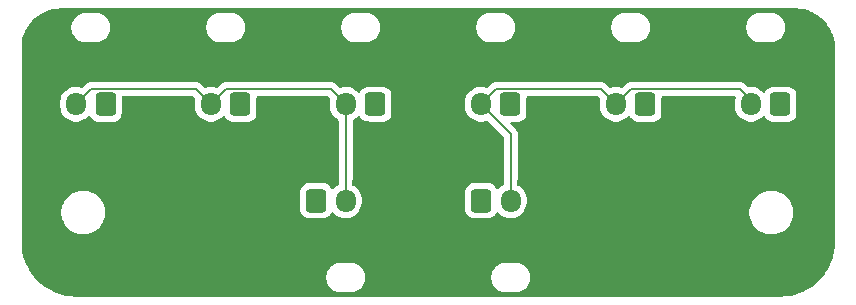
<source format=gbr>
%TF.GenerationSoftware,KiCad,Pcbnew,9.0.1*%
%TF.CreationDate,2025-04-23T20:11:47+09:00*%
%TF.ProjectId,RDC_Humanoid_CAN_chain,5244435f-4875-46d6-916e-6f69645f4341,rev?*%
%TF.SameCoordinates,Original*%
%TF.FileFunction,Copper,L1,Top*%
%TF.FilePolarity,Positive*%
%FSLAX46Y46*%
G04 Gerber Fmt 4.6, Leading zero omitted, Abs format (unit mm)*
G04 Created by KiCad (PCBNEW 9.0.1) date 2025-04-23 20:11:47*
%MOMM*%
%LPD*%
G01*
G04 APERTURE LIST*
G04 Aperture macros list*
%AMRoundRect*
0 Rectangle with rounded corners*
0 $1 Rounding radius*
0 $2 $3 $4 $5 $6 $7 $8 $9 X,Y pos of 4 corners*
0 Add a 4 corners polygon primitive as box body*
4,1,4,$2,$3,$4,$5,$6,$7,$8,$9,$2,$3,0*
0 Add four circle primitives for the rounded corners*
1,1,$1+$1,$2,$3*
1,1,$1+$1,$4,$5*
1,1,$1+$1,$6,$7*
1,1,$1+$1,$8,$9*
0 Add four rect primitives between the rounded corners*
20,1,$1+$1,$2,$3,$4,$5,0*
20,1,$1+$1,$4,$5,$6,$7,0*
20,1,$1+$1,$6,$7,$8,$9,0*
20,1,$1+$1,$8,$9,$2,$3,0*%
G04 Aperture macros list end*
%TA.AperFunction,ComponentPad*%
%ADD10RoundRect,0.250000X-0.600000X-0.725000X0.600000X-0.725000X0.600000X0.725000X-0.600000X0.725000X0*%
%TD*%
%TA.AperFunction,ComponentPad*%
%ADD11O,1.700000X1.950000*%
%TD*%
%TA.AperFunction,ComponentPad*%
%ADD12RoundRect,0.250000X0.600000X0.725000X-0.600000X0.725000X-0.600000X-0.725000X0.600000X-0.725000X0*%
%TD*%
%TA.AperFunction,SMDPad,CuDef*%
%ADD13R,8.000000X8.000000*%
%TD*%
%TA.AperFunction,ViaPad*%
%ADD14C,0.600000*%
%TD*%
%TA.AperFunction,Conductor*%
%ADD15C,0.200000*%
%TD*%
G04 APERTURE END LIST*
D10*
%TO.P,J2,1,Pin_1*%
%TO.N,/L_Root_CAN_L*%
X63930000Y-93990000D03*
D11*
%TO.P,J2,2,Pin_2*%
%TO.N,/L_Root_CAN_H*%
X66430000Y-93990000D03*
%TO.P,J2,3,Pin_3*%
%TO.N,GND*%
X68930000Y-93990000D03*
%TD*%
D12*
%TO.P,J6,1,Pin_1*%
%TO.N,/L_Root_CAN_L*%
X89270000Y-85820000D03*
D11*
%TO.P,J6,2,Pin_2*%
%TO.N,/L_Root_CAN_H*%
X86770000Y-85820000D03*
%TD*%
D12*
%TO.P,J8,1,Pin_1*%
%TO.N,/L_Root_CAN_L*%
X66410000Y-85820000D03*
D11*
%TO.P,J8,2,Pin_2*%
%TO.N,/L_Root_CAN_H*%
X63910000Y-85820000D03*
%TD*%
D12*
%TO.P,J4,1,Pin_1*%
%TO.N,/R_Root_CAN_L*%
X43550000Y-85820000D03*
D11*
%TO.P,J4,2,Pin_2*%
%TO.N,/R_Root_CAN_H*%
X41050000Y-85820000D03*
%TD*%
D12*
%TO.P,J5,1,Pin_1*%
%TO.N,/R_Root_CAN_L*%
X32140000Y-85820000D03*
D11*
%TO.P,J5,2,Pin_2*%
%TO.N,/R_Root_CAN_H*%
X29640000Y-85820000D03*
%TD*%
D12*
%TO.P,J3,1,Pin_1*%
%TO.N,/R_Root_CAN_L*%
X54980000Y-85820000D03*
D11*
%TO.P,J3,2,Pin_2*%
%TO.N,/R_Root_CAN_H*%
X52480000Y-85820000D03*
%TD*%
D13*
%TO.P,REF\u002A\u002A,1*%
%TO.N,GND*%
X40000000Y-96500000D03*
%TD*%
D12*
%TO.P,J7,1,Pin_1*%
%TO.N,/L_Root_CAN_L*%
X77840000Y-85820000D03*
D11*
%TO.P,J7,2,Pin_2*%
%TO.N,/L_Root_CAN_H*%
X75340000Y-85820000D03*
%TD*%
D10*
%TO.P,J1,1,Pin_1*%
%TO.N,/R_Root_CAN_L*%
X49960000Y-93990000D03*
D11*
%TO.P,J1,2,Pin_2*%
%TO.N,/R_Root_CAN_H*%
X52460000Y-93990000D03*
%TO.P,J1,3,Pin_3*%
%TO.N,GND*%
X54960000Y-93990000D03*
%TD*%
D14*
%TO.N,GND*%
X59750000Y-90500000D03*
X62250000Y-92500000D03*
X67750000Y-87500000D03*
X90750000Y-87250000D03*
X79500000Y-97500000D03*
X42750000Y-83500000D03*
X54250000Y-87500000D03*
X80000000Y-83500000D03*
X73250000Y-101250000D03*
X38750000Y-78750000D03*
X51500000Y-95500000D03*
X45250000Y-85500000D03*
X54000000Y-83500000D03*
X38250000Y-83500000D03*
X84750000Y-90750000D03*
X57000000Y-78750000D03*
X93000000Y-80750000D03*
X57000000Y-91500000D03*
X68250000Y-85500000D03*
X53250000Y-92500000D03*
X63500000Y-87500000D03*
X67250000Y-83500000D03*
X79000000Y-91000000D03*
X65500000Y-95500000D03*
X67250000Y-92500000D03*
X75750000Y-83500000D03*
X76500000Y-87250000D03*
X49750000Y-101352160D03*
X56750000Y-85750000D03*
X62250000Y-85750000D03*
X47750000Y-88000000D03*
X88000000Y-87500000D03*
X73500000Y-85500000D03*
X85000000Y-85500000D03*
X48500000Y-92500000D03*
X73500000Y-97000000D03*
X26000000Y-98250000D03*
X65500000Y-92500000D03*
X93000000Y-88750000D03*
X50250000Y-83500000D03*
X84750000Y-97500000D03*
X78500000Y-101250000D03*
X83750000Y-101250000D03*
X83750000Y-83500000D03*
X62500000Y-95750000D03*
X90750000Y-84250000D03*
X50750000Y-85500000D03*
X28000000Y-78750000D03*
X61250000Y-78750000D03*
X59750000Y-96750000D03*
X79500000Y-85500000D03*
X88000000Y-83500000D03*
X69250000Y-101250000D03*
X56500000Y-101250000D03*
X26000000Y-89500000D03*
X71250000Y-83500000D03*
X80500000Y-78750000D03*
X84250000Y-78750000D03*
X26000000Y-93750000D03*
X73250000Y-90750000D03*
X62250000Y-101250000D03*
X26000000Y-85250000D03*
X45750000Y-78750000D03*
X89500000Y-101250000D03*
X51500000Y-87250000D03*
X49750000Y-78750000D03*
X30000000Y-84000000D03*
X30750000Y-87250000D03*
X93000000Y-98250000D03*
X33500000Y-78750000D03*
X33750000Y-83500000D03*
X26000000Y-81000000D03*
X51500000Y-92500000D03*
X69250000Y-78500000D03*
X39250000Y-85500000D03*
X29750000Y-101250000D03*
X46250000Y-83500000D03*
X65250000Y-88500000D03*
X36500000Y-87750000D03*
X28000000Y-86250000D03*
X48750000Y-95500000D03*
X33750000Y-85500000D03*
X64250000Y-84000000D03*
X73000000Y-78750000D03*
X34500000Y-101500000D03*
X34436261Y-96500000D03*
X46000000Y-101250000D03*
X46000000Y-97500000D03*
X46000000Y-91250000D03*
X34500000Y-91250000D03*
%TD*%
D15*
%TO.N,/R_Root_CAN_H*%
X30915000Y-84545000D02*
X39775000Y-84545000D01*
X39775000Y-84545000D02*
X41050000Y-85820000D01*
X51205000Y-84545000D02*
X52480000Y-85820000D01*
X52460000Y-93990000D02*
X52460000Y-85480000D01*
X41050000Y-85820000D02*
X42325000Y-84545000D01*
X42325000Y-84545000D02*
X51205000Y-84545000D01*
X29640000Y-85820000D02*
X30915000Y-84545000D01*
X52460000Y-85840000D02*
X52480000Y-85820000D01*
%TO.N,/L_Root_CAN_H*%
X66430000Y-93990000D02*
X66430000Y-88340000D01*
X75340000Y-85820000D02*
X74065000Y-84545000D01*
X86770000Y-85820000D02*
X86770000Y-85480000D01*
X74065000Y-84545000D02*
X65185000Y-84545000D01*
X76615000Y-84545000D02*
X75340000Y-85820000D01*
X65185000Y-84545000D02*
X63910000Y-85820000D01*
X66430000Y-88340000D02*
X63910000Y-85820000D01*
X86770000Y-85480000D02*
X85835000Y-84545000D01*
X85835000Y-84545000D02*
X76615000Y-84545000D01*
%TD*%
%TA.AperFunction,Conductor*%
%TO.N,GND*%
G36*
X90563243Y-77705669D02*
G01*
X90899450Y-77723290D01*
X90912358Y-77724647D01*
X91241677Y-77776806D01*
X91254342Y-77779497D01*
X91576422Y-77865798D01*
X91588749Y-77869803D01*
X91900038Y-77989296D01*
X91911873Y-77994565D01*
X92208976Y-78145947D01*
X92220191Y-78152423D01*
X92499832Y-78334023D01*
X92510313Y-78341638D01*
X92712484Y-78505352D01*
X92769441Y-78551475D01*
X92779086Y-78560160D01*
X93014839Y-78795913D01*
X93023524Y-78805558D01*
X93233359Y-79064683D01*
X93240978Y-79075171D01*
X93422573Y-79354802D01*
X93429055Y-79366029D01*
X93554805Y-79612826D01*
X93580429Y-79663115D01*
X93585708Y-79674972D01*
X93705193Y-79986241D01*
X93709204Y-79998586D01*
X93782953Y-80273825D01*
X93795498Y-80320642D01*
X93798196Y-80333337D01*
X93850352Y-80662641D01*
X93851709Y-80675549D01*
X93869330Y-81011756D01*
X93869500Y-81018246D01*
X93869500Y-97522293D01*
X93869382Y-97527702D01*
X93852310Y-97918723D01*
X93851367Y-97929500D01*
X93800634Y-98314848D01*
X93798756Y-98325501D01*
X93714628Y-98704978D01*
X93711828Y-98715427D01*
X93594949Y-99086120D01*
X93591249Y-99096285D01*
X93442507Y-99455381D01*
X93437935Y-99465185D01*
X93258465Y-99809942D01*
X93253057Y-99819310D01*
X93044213Y-100147130D01*
X93038008Y-100155991D01*
X92801394Y-100464353D01*
X92794440Y-100472640D01*
X92531853Y-100759204D01*
X92524204Y-100766853D01*
X92237640Y-101029440D01*
X92229353Y-101036394D01*
X91920991Y-101273008D01*
X91912130Y-101279213D01*
X91584310Y-101488057D01*
X91574942Y-101493465D01*
X91230185Y-101672935D01*
X91220381Y-101677507D01*
X90861285Y-101826249D01*
X90851120Y-101829949D01*
X90480427Y-101946828D01*
X90469978Y-101949628D01*
X90090501Y-102033756D01*
X90079848Y-102035634D01*
X89694500Y-102086367D01*
X89683723Y-102087310D01*
X89292703Y-102104382D01*
X89287294Y-102104500D01*
X29602706Y-102104500D01*
X29597297Y-102104382D01*
X29206276Y-102087310D01*
X29195501Y-102086367D01*
X29106792Y-102074688D01*
X28810151Y-102035634D01*
X28799498Y-102033756D01*
X28420021Y-101949628D01*
X28409572Y-101946828D01*
X28038879Y-101829949D01*
X28028714Y-101826249D01*
X27669618Y-101677507D01*
X27659814Y-101672935D01*
X27315057Y-101493465D01*
X27305689Y-101488057D01*
X26977869Y-101279213D01*
X26969008Y-101273008D01*
X26660646Y-101036394D01*
X26652359Y-101029440D01*
X26365795Y-100766853D01*
X26358146Y-100759204D01*
X26095559Y-100472640D01*
X26088597Y-100464343D01*
X26086943Y-100462187D01*
X26086942Y-100462186D01*
X26032762Y-100391577D01*
X50809500Y-100391577D01*
X50809500Y-100588422D01*
X50840290Y-100782826D01*
X50901117Y-100970029D01*
X50934932Y-101036394D01*
X50990476Y-101145405D01*
X51106172Y-101304646D01*
X51245354Y-101443828D01*
X51404595Y-101559524D01*
X51487455Y-101601743D01*
X51579970Y-101648882D01*
X51579972Y-101648882D01*
X51579975Y-101648884D01*
X51653996Y-101672935D01*
X51767173Y-101709709D01*
X51961578Y-101740500D01*
X51961583Y-101740500D01*
X52958422Y-101740500D01*
X53152826Y-101709709D01*
X53340025Y-101648884D01*
X53515405Y-101559524D01*
X53674646Y-101443828D01*
X53813828Y-101304646D01*
X53929524Y-101145405D01*
X54018884Y-100970025D01*
X54079709Y-100782826D01*
X54083450Y-100759204D01*
X54110500Y-100588422D01*
X54110500Y-100391577D01*
X64779500Y-100391577D01*
X64779500Y-100588422D01*
X64810290Y-100782826D01*
X64871117Y-100970029D01*
X64904932Y-101036394D01*
X64960476Y-101145405D01*
X65076172Y-101304646D01*
X65215354Y-101443828D01*
X65374595Y-101559524D01*
X65457455Y-101601743D01*
X65549970Y-101648882D01*
X65549972Y-101648882D01*
X65549975Y-101648884D01*
X65623996Y-101672935D01*
X65737173Y-101709709D01*
X65931578Y-101740500D01*
X65931583Y-101740500D01*
X66928422Y-101740500D01*
X67122826Y-101709709D01*
X67310025Y-101648884D01*
X67485405Y-101559524D01*
X67644646Y-101443828D01*
X67783828Y-101304646D01*
X67899524Y-101145405D01*
X67988884Y-100970025D01*
X68049709Y-100782826D01*
X68053450Y-100759204D01*
X68080500Y-100588422D01*
X68080500Y-100391577D01*
X68049709Y-100197173D01*
X67988882Y-100009970D01*
X67941743Y-99917455D01*
X67899524Y-99834595D01*
X67783828Y-99675354D01*
X67644646Y-99536172D01*
X67485405Y-99420476D01*
X67310029Y-99331117D01*
X67122826Y-99270290D01*
X66928422Y-99239500D01*
X66928417Y-99239500D01*
X65931583Y-99239500D01*
X65931578Y-99239500D01*
X65737173Y-99270290D01*
X65549970Y-99331117D01*
X65374594Y-99420476D01*
X65283741Y-99486485D01*
X65215354Y-99536172D01*
X65215352Y-99536174D01*
X65215351Y-99536174D01*
X65076174Y-99675351D01*
X65076174Y-99675352D01*
X65076172Y-99675354D01*
X65026485Y-99743741D01*
X64960476Y-99834594D01*
X64871117Y-100009970D01*
X64810290Y-100197173D01*
X64779500Y-100391577D01*
X54110500Y-100391577D01*
X54079709Y-100197173D01*
X54018882Y-100009970D01*
X53971743Y-99917455D01*
X53929524Y-99834595D01*
X53813828Y-99675354D01*
X53674646Y-99536172D01*
X53515405Y-99420476D01*
X53340029Y-99331117D01*
X53152826Y-99270290D01*
X52958422Y-99239500D01*
X52958417Y-99239500D01*
X51961583Y-99239500D01*
X51961578Y-99239500D01*
X51767173Y-99270290D01*
X51579970Y-99331117D01*
X51404594Y-99420476D01*
X51313741Y-99486485D01*
X51245354Y-99536172D01*
X51245352Y-99536174D01*
X51245351Y-99536174D01*
X51106174Y-99675351D01*
X51106174Y-99675352D01*
X51106172Y-99675354D01*
X51056485Y-99743741D01*
X50990476Y-99834594D01*
X50901117Y-100009970D01*
X50840290Y-100197173D01*
X50809500Y-100391577D01*
X26032762Y-100391577D01*
X25851991Y-100155991D01*
X25845786Y-100147130D01*
X25636942Y-99819310D01*
X25631534Y-99809942D01*
X25452064Y-99465185D01*
X25447492Y-99455381D01*
X25433034Y-99420476D01*
X25298744Y-99096270D01*
X25295055Y-99086135D01*
X25178168Y-98715416D01*
X25175374Y-98704990D01*
X25091241Y-98325493D01*
X25089365Y-98314848D01*
X25038630Y-97929477D01*
X25037690Y-97918742D01*
X25020618Y-97527701D01*
X25020500Y-97522293D01*
X25020500Y-94863711D01*
X28384500Y-94863711D01*
X28384500Y-95106288D01*
X28416161Y-95346785D01*
X28478947Y-95581104D01*
X28571773Y-95805205D01*
X28571776Y-95805212D01*
X28693064Y-96015289D01*
X28693066Y-96015292D01*
X28693067Y-96015293D01*
X28840733Y-96207736D01*
X28840739Y-96207743D01*
X29012256Y-96379260D01*
X29012263Y-96379266D01*
X29125321Y-96466018D01*
X29204711Y-96526936D01*
X29414788Y-96648224D01*
X29638900Y-96741054D01*
X29873211Y-96803838D01*
X30053586Y-96827584D01*
X30113711Y-96835500D01*
X30113712Y-96835500D01*
X30356289Y-96835500D01*
X30404388Y-96829167D01*
X30596789Y-96803838D01*
X30831100Y-96741054D01*
X31055212Y-96648224D01*
X31265289Y-96526936D01*
X31457738Y-96379265D01*
X31629265Y-96207738D01*
X31776936Y-96015289D01*
X31898224Y-95805212D01*
X31991054Y-95581100D01*
X32053838Y-95346789D01*
X32085500Y-95106288D01*
X32085500Y-94863712D01*
X32053838Y-94623211D01*
X31991054Y-94388900D01*
X31898224Y-94164788D01*
X31776936Y-93954711D01*
X31629265Y-93762262D01*
X31629260Y-93762256D01*
X31457743Y-93590739D01*
X31457736Y-93590733D01*
X31265293Y-93443067D01*
X31265292Y-93443066D01*
X31265289Y-93443064D01*
X31093661Y-93343974D01*
X31055214Y-93321777D01*
X31055205Y-93321773D01*
X30831104Y-93228947D01*
X30652769Y-93181162D01*
X30596789Y-93166162D01*
X30596788Y-93166161D01*
X30596785Y-93166161D01*
X30356289Y-93134500D01*
X30356288Y-93134500D01*
X30113712Y-93134500D01*
X30113711Y-93134500D01*
X29873214Y-93166161D01*
X29638895Y-93228947D01*
X29414794Y-93321773D01*
X29414785Y-93321777D01*
X29204706Y-93443067D01*
X29012263Y-93590733D01*
X29012256Y-93590739D01*
X28840739Y-93762256D01*
X28840733Y-93762263D01*
X28693067Y-93954706D01*
X28571777Y-94164785D01*
X28571773Y-94164794D01*
X28478947Y-94388895D01*
X28416161Y-94623214D01*
X28384500Y-94863711D01*
X25020500Y-94863711D01*
X25020500Y-85588713D01*
X28289500Y-85588713D01*
X28289500Y-86051286D01*
X28322753Y-86261239D01*
X28388444Y-86463414D01*
X28484951Y-86652820D01*
X28609890Y-86824786D01*
X28760213Y-86975109D01*
X28932179Y-87100048D01*
X28932181Y-87100049D01*
X28932184Y-87100051D01*
X29121588Y-87196557D01*
X29323757Y-87262246D01*
X29533713Y-87295500D01*
X29533714Y-87295500D01*
X29746286Y-87295500D01*
X29746287Y-87295500D01*
X29956243Y-87262246D01*
X30158412Y-87196557D01*
X30347816Y-87100051D01*
X30519792Y-86975104D01*
X30658604Y-86836291D01*
X30719923Y-86802809D01*
X30789615Y-86807793D01*
X30845549Y-86849664D01*
X30851821Y-86858878D01*
X30855185Y-86864333D01*
X30855186Y-86864334D01*
X30947288Y-87013656D01*
X31071344Y-87137712D01*
X31220666Y-87229814D01*
X31387203Y-87284999D01*
X31489991Y-87295500D01*
X32790008Y-87295499D01*
X32892797Y-87284999D01*
X33059334Y-87229814D01*
X33208656Y-87137712D01*
X33332712Y-87013656D01*
X33424814Y-86864334D01*
X33479999Y-86697797D01*
X33490500Y-86595009D01*
X33490499Y-85269499D01*
X33510184Y-85202461D01*
X33562987Y-85156706D01*
X33614499Y-85145500D01*
X39474903Y-85145500D01*
X39504343Y-85154144D01*
X39534330Y-85160668D01*
X39539345Y-85164422D01*
X39541942Y-85165185D01*
X39562584Y-85181819D01*
X39691738Y-85310973D01*
X39725223Y-85372296D01*
X39726530Y-85418052D01*
X39699500Y-85588713D01*
X39699500Y-86051286D01*
X39732753Y-86261239D01*
X39798444Y-86463414D01*
X39894951Y-86652820D01*
X40019890Y-86824786D01*
X40170213Y-86975109D01*
X40342179Y-87100048D01*
X40342181Y-87100049D01*
X40342184Y-87100051D01*
X40531588Y-87196557D01*
X40733757Y-87262246D01*
X40943713Y-87295500D01*
X40943714Y-87295500D01*
X41156286Y-87295500D01*
X41156287Y-87295500D01*
X41366243Y-87262246D01*
X41568412Y-87196557D01*
X41757816Y-87100051D01*
X41929792Y-86975104D01*
X42068604Y-86836291D01*
X42129923Y-86802809D01*
X42199615Y-86807793D01*
X42255549Y-86849664D01*
X42261821Y-86858878D01*
X42265185Y-86864333D01*
X42265186Y-86864334D01*
X42357288Y-87013656D01*
X42481344Y-87137712D01*
X42630666Y-87229814D01*
X42797203Y-87284999D01*
X42899991Y-87295500D01*
X44200008Y-87295499D01*
X44302797Y-87284999D01*
X44469334Y-87229814D01*
X44618656Y-87137712D01*
X44742712Y-87013656D01*
X44834814Y-86864334D01*
X44889999Y-86697797D01*
X44900500Y-86595009D01*
X44900499Y-85269499D01*
X44920184Y-85202461D01*
X44972987Y-85156706D01*
X45024499Y-85145500D01*
X50904903Y-85145500D01*
X50934343Y-85154144D01*
X50964330Y-85160668D01*
X50969345Y-85164422D01*
X50971942Y-85165185D01*
X50992584Y-85181819D01*
X51121738Y-85310973D01*
X51155223Y-85372296D01*
X51156530Y-85418052D01*
X51129500Y-85588713D01*
X51129500Y-86051286D01*
X51162753Y-86261239D01*
X51228444Y-86463414D01*
X51324951Y-86652820D01*
X51449890Y-86824786D01*
X51449896Y-86824792D01*
X51600208Y-86975104D01*
X51772184Y-87100051D01*
X51791793Y-87110042D01*
X51842589Y-87158014D01*
X51859500Y-87220527D01*
X51859500Y-92579281D01*
X51839815Y-92646320D01*
X51791795Y-92689765D01*
X51752185Y-92709947D01*
X51752184Y-92709948D01*
X51580215Y-92834889D01*
X51441398Y-92973706D01*
X51380075Y-93007190D01*
X51310383Y-93002206D01*
X51254450Y-92960334D01*
X51248178Y-92951120D01*
X51152712Y-92796344D01*
X51028657Y-92672289D01*
X51028656Y-92672288D01*
X50879334Y-92580186D01*
X50712797Y-92525001D01*
X50712795Y-92525000D01*
X50610010Y-92514500D01*
X49309998Y-92514500D01*
X49309981Y-92514501D01*
X49207203Y-92525000D01*
X49207200Y-92525001D01*
X49040668Y-92580185D01*
X49040663Y-92580187D01*
X48891342Y-92672289D01*
X48767289Y-92796342D01*
X48675187Y-92945663D01*
X48675185Y-92945668D01*
X48670325Y-92960334D01*
X48620001Y-93112203D01*
X48620001Y-93112204D01*
X48620000Y-93112204D01*
X48609500Y-93214983D01*
X48609500Y-94765001D01*
X48609501Y-94765018D01*
X48620000Y-94867796D01*
X48620001Y-94867799D01*
X48665894Y-95006294D01*
X48675186Y-95034334D01*
X48767288Y-95183656D01*
X48891344Y-95307712D01*
X49040666Y-95399814D01*
X49207203Y-95454999D01*
X49309991Y-95465500D01*
X50610008Y-95465499D01*
X50712797Y-95454999D01*
X50879334Y-95399814D01*
X51028656Y-95307712D01*
X51152712Y-95183656D01*
X51244814Y-95034334D01*
X51244814Y-95034331D01*
X51248178Y-95028879D01*
X51300126Y-94982154D01*
X51369088Y-94970931D01*
X51433170Y-94998774D01*
X51441398Y-95006294D01*
X51580213Y-95145109D01*
X51752179Y-95270048D01*
X51752181Y-95270049D01*
X51752184Y-95270051D01*
X51941588Y-95366557D01*
X52143757Y-95432246D01*
X52353713Y-95465500D01*
X52353714Y-95465500D01*
X52566286Y-95465500D01*
X52566287Y-95465500D01*
X52776243Y-95432246D01*
X52978412Y-95366557D01*
X53167816Y-95270051D01*
X53189789Y-95254086D01*
X53339786Y-95145109D01*
X53339788Y-95145106D01*
X53339792Y-95145104D01*
X53490104Y-94994792D01*
X53490106Y-94994788D01*
X53490109Y-94994786D01*
X53615048Y-94822820D01*
X53615047Y-94822820D01*
X53615051Y-94822816D01*
X53711557Y-94633412D01*
X53777246Y-94431243D01*
X53810500Y-94221287D01*
X53810500Y-93758713D01*
X53777246Y-93548757D01*
X53711557Y-93346588D01*
X53615051Y-93157184D01*
X53615049Y-93157181D01*
X53615048Y-93157179D01*
X53490109Y-92985213D01*
X53339786Y-92834890D01*
X53167815Y-92709948D01*
X53167814Y-92709947D01*
X53128205Y-92689765D01*
X53077409Y-92641791D01*
X53060500Y-92579281D01*
X53060500Y-87240908D01*
X53080185Y-87173869D01*
X53128204Y-87130424D01*
X53187816Y-87100051D01*
X53359792Y-86975104D01*
X53498604Y-86836291D01*
X53559923Y-86802809D01*
X53629615Y-86807793D01*
X53685549Y-86849664D01*
X53691821Y-86858878D01*
X53695185Y-86864333D01*
X53695186Y-86864334D01*
X53787288Y-87013656D01*
X53911344Y-87137712D01*
X54060666Y-87229814D01*
X54227203Y-87284999D01*
X54329991Y-87295500D01*
X55630008Y-87295499D01*
X55732797Y-87284999D01*
X55899334Y-87229814D01*
X56048656Y-87137712D01*
X56172712Y-87013656D01*
X56264814Y-86864334D01*
X56319999Y-86697797D01*
X56330500Y-86595009D01*
X56330499Y-85588713D01*
X62559500Y-85588713D01*
X62559500Y-86051286D01*
X62592753Y-86261239D01*
X62658444Y-86463414D01*
X62754951Y-86652820D01*
X62879890Y-86824786D01*
X63030213Y-86975109D01*
X63202179Y-87100048D01*
X63202181Y-87100049D01*
X63202184Y-87100051D01*
X63391588Y-87196557D01*
X63593757Y-87262246D01*
X63803713Y-87295500D01*
X63803714Y-87295500D01*
X64016286Y-87295500D01*
X64016287Y-87295500D01*
X64226243Y-87262246D01*
X64362873Y-87217851D01*
X64432708Y-87215856D01*
X64488867Y-87248102D01*
X65793181Y-88552416D01*
X65826666Y-88613739D01*
X65829500Y-88640097D01*
X65829500Y-92579281D01*
X65809815Y-92646320D01*
X65761795Y-92689765D01*
X65722185Y-92709947D01*
X65722184Y-92709948D01*
X65550215Y-92834889D01*
X65411398Y-92973706D01*
X65350075Y-93007190D01*
X65280383Y-93002206D01*
X65224450Y-92960334D01*
X65218178Y-92951120D01*
X65122712Y-92796344D01*
X64998657Y-92672289D01*
X64998656Y-92672288D01*
X64849334Y-92580186D01*
X64682797Y-92525001D01*
X64682795Y-92525000D01*
X64580010Y-92514500D01*
X63279998Y-92514500D01*
X63279981Y-92514501D01*
X63177203Y-92525000D01*
X63177200Y-92525001D01*
X63010668Y-92580185D01*
X63010663Y-92580187D01*
X62861342Y-92672289D01*
X62737289Y-92796342D01*
X62645187Y-92945663D01*
X62645185Y-92945668D01*
X62640325Y-92960334D01*
X62590001Y-93112203D01*
X62590001Y-93112204D01*
X62590000Y-93112204D01*
X62579500Y-93214983D01*
X62579500Y-94765001D01*
X62579501Y-94765018D01*
X62590000Y-94867796D01*
X62590001Y-94867799D01*
X62635894Y-95006294D01*
X62645186Y-95034334D01*
X62737288Y-95183656D01*
X62861344Y-95307712D01*
X63010666Y-95399814D01*
X63177203Y-95454999D01*
X63279991Y-95465500D01*
X64580008Y-95465499D01*
X64682797Y-95454999D01*
X64849334Y-95399814D01*
X64998656Y-95307712D01*
X65122712Y-95183656D01*
X65214814Y-95034334D01*
X65214814Y-95034331D01*
X65218178Y-95028879D01*
X65270126Y-94982154D01*
X65339088Y-94970931D01*
X65403170Y-94998774D01*
X65411398Y-95006294D01*
X65550213Y-95145109D01*
X65722179Y-95270048D01*
X65722181Y-95270049D01*
X65722184Y-95270051D01*
X65911588Y-95366557D01*
X66113757Y-95432246D01*
X66323713Y-95465500D01*
X66323714Y-95465500D01*
X66536286Y-95465500D01*
X66536287Y-95465500D01*
X66746243Y-95432246D01*
X66948412Y-95366557D01*
X67137816Y-95270051D01*
X67159789Y-95254086D01*
X67309786Y-95145109D01*
X67309788Y-95145106D01*
X67309792Y-95145104D01*
X67460104Y-94994792D01*
X67460106Y-94994788D01*
X67460109Y-94994786D01*
X67544442Y-94878711D01*
X86649500Y-94878711D01*
X86649500Y-95121288D01*
X86679186Y-95346785D01*
X86681162Y-95361789D01*
X86706138Y-95454999D01*
X86743947Y-95596104D01*
X86830560Y-95805205D01*
X86836776Y-95820212D01*
X86958064Y-96030289D01*
X86958066Y-96030292D01*
X86958067Y-96030293D01*
X87105733Y-96222736D01*
X87105739Y-96222743D01*
X87277256Y-96394260D01*
X87277262Y-96394265D01*
X87469711Y-96541936D01*
X87679788Y-96663224D01*
X87903900Y-96756054D01*
X88138211Y-96818838D01*
X88318586Y-96842584D01*
X88378711Y-96850500D01*
X88378712Y-96850500D01*
X88621289Y-96850500D01*
X88669388Y-96844167D01*
X88861789Y-96818838D01*
X89096100Y-96756054D01*
X89320212Y-96663224D01*
X89530289Y-96541936D01*
X89722738Y-96394265D01*
X89894265Y-96222738D01*
X90041936Y-96030289D01*
X90163224Y-95820212D01*
X90256054Y-95596100D01*
X90318838Y-95361789D01*
X90350500Y-95121288D01*
X90350500Y-94878712D01*
X90318838Y-94638211D01*
X90256054Y-94403900D01*
X90163224Y-94179788D01*
X90041936Y-93969711D01*
X89894265Y-93777262D01*
X89894260Y-93777256D01*
X89722743Y-93605739D01*
X89722736Y-93605733D01*
X89530293Y-93458067D01*
X89530292Y-93458066D01*
X89530289Y-93458064D01*
X89320212Y-93336776D01*
X89320205Y-93336773D01*
X89096104Y-93243947D01*
X88861785Y-93181161D01*
X88621289Y-93149500D01*
X88621288Y-93149500D01*
X88378712Y-93149500D01*
X88378711Y-93149500D01*
X88138214Y-93181161D01*
X87903895Y-93243947D01*
X87679794Y-93336773D01*
X87679785Y-93336777D01*
X87469706Y-93458067D01*
X87277263Y-93605733D01*
X87277256Y-93605739D01*
X87105739Y-93777256D01*
X87105733Y-93777263D01*
X86958067Y-93969706D01*
X86836777Y-94179785D01*
X86836773Y-94179794D01*
X86743947Y-94403895D01*
X86681161Y-94638214D01*
X86649500Y-94878711D01*
X67544442Y-94878711D01*
X67585050Y-94822818D01*
X67587321Y-94818361D01*
X67587321Y-94818360D01*
X67587322Y-94818358D01*
X67681557Y-94633412D01*
X67747246Y-94431243D01*
X67780500Y-94221287D01*
X67780500Y-93758713D01*
X67747246Y-93548757D01*
X67681557Y-93346588D01*
X67585051Y-93157184D01*
X67585049Y-93157181D01*
X67585048Y-93157179D01*
X67460109Y-92985213D01*
X67309786Y-92834890D01*
X67137815Y-92709948D01*
X67137814Y-92709947D01*
X67098205Y-92689765D01*
X67047409Y-92641791D01*
X67030500Y-92579281D01*
X67030500Y-88260945D01*
X67030500Y-88260943D01*
X66989577Y-88108216D01*
X66989577Y-88108215D01*
X66989577Y-88108214D01*
X66960639Y-88058095D01*
X66960637Y-88058092D01*
X66910520Y-87971284D01*
X66798716Y-87859480D01*
X66798715Y-87859479D01*
X66794385Y-87855149D01*
X66794374Y-87855139D01*
X66446415Y-87507180D01*
X66412930Y-87445857D01*
X66417914Y-87376165D01*
X66459786Y-87320232D01*
X66525250Y-87295815D01*
X66534096Y-87295499D01*
X67060002Y-87295499D01*
X67060008Y-87295499D01*
X67162797Y-87284999D01*
X67329334Y-87229814D01*
X67478656Y-87137712D01*
X67602712Y-87013656D01*
X67694814Y-86864334D01*
X67749999Y-86697797D01*
X67760500Y-86595009D01*
X67760499Y-85269499D01*
X67780184Y-85202461D01*
X67832987Y-85156706D01*
X67884499Y-85145500D01*
X73764903Y-85145500D01*
X73794343Y-85154144D01*
X73824330Y-85160668D01*
X73829345Y-85164422D01*
X73831942Y-85165185D01*
X73852584Y-85181819D01*
X73981738Y-85310973D01*
X74015223Y-85372296D01*
X74016530Y-85418052D01*
X73989500Y-85588713D01*
X73989500Y-86051286D01*
X74022753Y-86261239D01*
X74088444Y-86463414D01*
X74184951Y-86652820D01*
X74309890Y-86824786D01*
X74460213Y-86975109D01*
X74632179Y-87100048D01*
X74632181Y-87100049D01*
X74632184Y-87100051D01*
X74821588Y-87196557D01*
X75023757Y-87262246D01*
X75233713Y-87295500D01*
X75233714Y-87295500D01*
X75446286Y-87295500D01*
X75446287Y-87295500D01*
X75656243Y-87262246D01*
X75858412Y-87196557D01*
X76047816Y-87100051D01*
X76219792Y-86975104D01*
X76358604Y-86836291D01*
X76419923Y-86802809D01*
X76489615Y-86807793D01*
X76545549Y-86849664D01*
X76551821Y-86858878D01*
X76555185Y-86864333D01*
X76555186Y-86864334D01*
X76647288Y-87013656D01*
X76771344Y-87137712D01*
X76920666Y-87229814D01*
X77087203Y-87284999D01*
X77189991Y-87295500D01*
X78490008Y-87295499D01*
X78592797Y-87284999D01*
X78759334Y-87229814D01*
X78908656Y-87137712D01*
X79032712Y-87013656D01*
X79124814Y-86864334D01*
X79179999Y-86697797D01*
X79190500Y-86595009D01*
X79190499Y-85269499D01*
X79210184Y-85202461D01*
X79262987Y-85156706D01*
X79314499Y-85145500D01*
X85357873Y-85145500D01*
X85424912Y-85165185D01*
X85470667Y-85217989D01*
X85480611Y-85287147D01*
X85475805Y-85307813D01*
X85459319Y-85358553D01*
X85452753Y-85378760D01*
X85419500Y-85588713D01*
X85419500Y-86051286D01*
X85452753Y-86261239D01*
X85518444Y-86463414D01*
X85614951Y-86652820D01*
X85739890Y-86824786D01*
X85890213Y-86975109D01*
X86062179Y-87100048D01*
X86062181Y-87100049D01*
X86062184Y-87100051D01*
X86251588Y-87196557D01*
X86453757Y-87262246D01*
X86663713Y-87295500D01*
X86663714Y-87295500D01*
X86876286Y-87295500D01*
X86876287Y-87295500D01*
X87086243Y-87262246D01*
X87288412Y-87196557D01*
X87477816Y-87100051D01*
X87649792Y-86975104D01*
X87788604Y-86836291D01*
X87849923Y-86802809D01*
X87919615Y-86807793D01*
X87975549Y-86849664D01*
X87981821Y-86858878D01*
X87985185Y-86864333D01*
X87985186Y-86864334D01*
X88077288Y-87013656D01*
X88201344Y-87137712D01*
X88350666Y-87229814D01*
X88517203Y-87284999D01*
X88619991Y-87295500D01*
X89920008Y-87295499D01*
X90022797Y-87284999D01*
X90189334Y-87229814D01*
X90338656Y-87137712D01*
X90462712Y-87013656D01*
X90554814Y-86864334D01*
X90609999Y-86697797D01*
X90620500Y-86595009D01*
X90620499Y-85044992D01*
X90609999Y-84942203D01*
X90554814Y-84775666D01*
X90462712Y-84626344D01*
X90338656Y-84502288D01*
X90213969Y-84425381D01*
X90189336Y-84410187D01*
X90189331Y-84410185D01*
X90187862Y-84409698D01*
X90022797Y-84355001D01*
X90022795Y-84355000D01*
X89920010Y-84344500D01*
X88619998Y-84344500D01*
X88619981Y-84344501D01*
X88517203Y-84355000D01*
X88517200Y-84355001D01*
X88350668Y-84410185D01*
X88350663Y-84410187D01*
X88201342Y-84502289D01*
X88077289Y-84626342D01*
X87981821Y-84781121D01*
X87929873Y-84827845D01*
X87860910Y-84839068D01*
X87796828Y-84811224D01*
X87788601Y-84803705D01*
X87649786Y-84664890D01*
X87477820Y-84539951D01*
X87288414Y-84443444D01*
X87288413Y-84443443D01*
X87288412Y-84443443D01*
X87086243Y-84377754D01*
X87086241Y-84377753D01*
X87086240Y-84377753D01*
X86912717Y-84350270D01*
X86876287Y-84344500D01*
X86663713Y-84344500D01*
X86663708Y-84344500D01*
X86570746Y-84359224D01*
X86565320Y-84358522D01*
X86560194Y-84360435D01*
X86531043Y-84354093D01*
X86501453Y-84350270D01*
X86495847Y-84346437D01*
X86491921Y-84345583D01*
X86463667Y-84324432D01*
X86322590Y-84183355D01*
X86322588Y-84183352D01*
X86203717Y-84064481D01*
X86203716Y-84064480D01*
X86116904Y-84014360D01*
X86116904Y-84014359D01*
X86116900Y-84014358D01*
X86066785Y-83985423D01*
X85914057Y-83944499D01*
X85755943Y-83944499D01*
X85748347Y-83944499D01*
X85748331Y-83944500D01*
X76694057Y-83944500D01*
X76535942Y-83944500D01*
X76383215Y-83985423D01*
X76383214Y-83985423D01*
X76383212Y-83985424D01*
X76383209Y-83985425D01*
X76333096Y-84014359D01*
X76333095Y-84014360D01*
X76289689Y-84039420D01*
X76246285Y-84064479D01*
X76246282Y-84064481D01*
X76134478Y-84176286D01*
X75918867Y-84391896D01*
X75857544Y-84425381D01*
X75792868Y-84422146D01*
X75656240Y-84377753D01*
X75482717Y-84350270D01*
X75446287Y-84344500D01*
X75233713Y-84344500D01*
X75197283Y-84350270D01*
X75023760Y-84377753D01*
X75023757Y-84377754D01*
X74887129Y-84422147D01*
X74817290Y-84424142D01*
X74761132Y-84391897D01*
X74552590Y-84183355D01*
X74552588Y-84183352D01*
X74433717Y-84064481D01*
X74433716Y-84064480D01*
X74346904Y-84014360D01*
X74346904Y-84014359D01*
X74346900Y-84014358D01*
X74296785Y-83985423D01*
X74144057Y-83944499D01*
X73985943Y-83944499D01*
X73978347Y-83944499D01*
X73978331Y-83944500D01*
X65264057Y-83944500D01*
X65105942Y-83944500D01*
X64953215Y-83985423D01*
X64953214Y-83985423D01*
X64953212Y-83985424D01*
X64953209Y-83985425D01*
X64903096Y-84014359D01*
X64903095Y-84014360D01*
X64859689Y-84039420D01*
X64816285Y-84064479D01*
X64816282Y-84064481D01*
X64704478Y-84176286D01*
X64488867Y-84391896D01*
X64427544Y-84425381D01*
X64362868Y-84422146D01*
X64226240Y-84377753D01*
X64052717Y-84350270D01*
X64016287Y-84344500D01*
X63803713Y-84344500D01*
X63767283Y-84350270D01*
X63593760Y-84377753D01*
X63391585Y-84443444D01*
X63202179Y-84539951D01*
X63030213Y-84664890D01*
X62879890Y-84815213D01*
X62754951Y-84987179D01*
X62658444Y-85176585D01*
X62592753Y-85378760D01*
X62559500Y-85588713D01*
X56330499Y-85588713D01*
X56330499Y-85044992D01*
X56319999Y-84942203D01*
X56264814Y-84775666D01*
X56172712Y-84626344D01*
X56048656Y-84502288D01*
X55923969Y-84425381D01*
X55899336Y-84410187D01*
X55899331Y-84410185D01*
X55897862Y-84409698D01*
X55732797Y-84355001D01*
X55732795Y-84355000D01*
X55630010Y-84344500D01*
X54329998Y-84344500D01*
X54329981Y-84344501D01*
X54227203Y-84355000D01*
X54227200Y-84355001D01*
X54060668Y-84410185D01*
X54060663Y-84410187D01*
X53911342Y-84502289D01*
X53787289Y-84626342D01*
X53691821Y-84781121D01*
X53639873Y-84827845D01*
X53570910Y-84839068D01*
X53506828Y-84811224D01*
X53498601Y-84803705D01*
X53359786Y-84664890D01*
X53187820Y-84539951D01*
X52998414Y-84443444D01*
X52998413Y-84443443D01*
X52998412Y-84443443D01*
X52796243Y-84377754D01*
X52796241Y-84377753D01*
X52796240Y-84377753D01*
X52622717Y-84350270D01*
X52586287Y-84344500D01*
X52373713Y-84344500D01*
X52337283Y-84350270D01*
X52163760Y-84377753D01*
X52163757Y-84377754D01*
X52027129Y-84422147D01*
X51957290Y-84424142D01*
X51901132Y-84391897D01*
X51692590Y-84183355D01*
X51692588Y-84183352D01*
X51573717Y-84064481D01*
X51573716Y-84064480D01*
X51486904Y-84014360D01*
X51486904Y-84014359D01*
X51486900Y-84014358D01*
X51436785Y-83985423D01*
X51284057Y-83944499D01*
X51125943Y-83944499D01*
X51118347Y-83944499D01*
X51118331Y-83944500D01*
X42404057Y-83944500D01*
X42245942Y-83944500D01*
X42093215Y-83985423D01*
X42093214Y-83985423D01*
X42093212Y-83985424D01*
X42093209Y-83985425D01*
X42043096Y-84014359D01*
X42043095Y-84014360D01*
X41999689Y-84039420D01*
X41956285Y-84064479D01*
X41956282Y-84064481D01*
X41844478Y-84176286D01*
X41628867Y-84391896D01*
X41567544Y-84425381D01*
X41502868Y-84422146D01*
X41366240Y-84377753D01*
X41192717Y-84350270D01*
X41156287Y-84344500D01*
X40943713Y-84344500D01*
X40907283Y-84350270D01*
X40733760Y-84377753D01*
X40733757Y-84377754D01*
X40597129Y-84422147D01*
X40527290Y-84424142D01*
X40471132Y-84391897D01*
X40262590Y-84183355D01*
X40262588Y-84183352D01*
X40143717Y-84064481D01*
X40143716Y-84064480D01*
X40056904Y-84014360D01*
X40056904Y-84014359D01*
X40056900Y-84014358D01*
X40006785Y-83985423D01*
X39854057Y-83944499D01*
X39695943Y-83944499D01*
X39688347Y-83944499D01*
X39688331Y-83944500D01*
X30994057Y-83944500D01*
X30835942Y-83944500D01*
X30683215Y-83985423D01*
X30683214Y-83985423D01*
X30683212Y-83985424D01*
X30683209Y-83985425D01*
X30633096Y-84014359D01*
X30633095Y-84014360D01*
X30589689Y-84039420D01*
X30546285Y-84064479D01*
X30546282Y-84064481D01*
X30434478Y-84176286D01*
X30218867Y-84391896D01*
X30157544Y-84425381D01*
X30092868Y-84422146D01*
X29956240Y-84377753D01*
X29782717Y-84350270D01*
X29746287Y-84344500D01*
X29533713Y-84344500D01*
X29497283Y-84350270D01*
X29323760Y-84377753D01*
X29121585Y-84443444D01*
X28932179Y-84539951D01*
X28760213Y-84664890D01*
X28609890Y-84815213D01*
X28484951Y-84987179D01*
X28388444Y-85176585D01*
X28322753Y-85378760D01*
X28289500Y-85588713D01*
X25020500Y-85588713D01*
X25020500Y-81018246D01*
X25020670Y-81011756D01*
X25038290Y-80675549D01*
X25039647Y-80662641D01*
X25054241Y-80570500D01*
X25091806Y-80333318D01*
X25094496Y-80320661D01*
X25180799Y-79998571D01*
X25184801Y-79986256D01*
X25304298Y-79674954D01*
X25309561Y-79663133D01*
X25460951Y-79366014D01*
X25467417Y-79354816D01*
X25553943Y-79221577D01*
X29239500Y-79221577D01*
X29239500Y-79418422D01*
X29270290Y-79612826D01*
X29331117Y-79800029D01*
X29420476Y-79975405D01*
X29536172Y-80134646D01*
X29675354Y-80273828D01*
X29834595Y-80389524D01*
X29917455Y-80431743D01*
X30009970Y-80478882D01*
X30009972Y-80478882D01*
X30009975Y-80478884D01*
X30110317Y-80511487D01*
X30197173Y-80539709D01*
X30391578Y-80570500D01*
X30391583Y-80570500D01*
X31388422Y-80570500D01*
X31582826Y-80539709D01*
X31770025Y-80478884D01*
X31945405Y-80389524D01*
X32104646Y-80273828D01*
X32243828Y-80134646D01*
X32359524Y-79975405D01*
X32448884Y-79800025D01*
X32509709Y-79612826D01*
X32540500Y-79418422D01*
X32540500Y-79221577D01*
X40649500Y-79221577D01*
X40649500Y-79418422D01*
X40680290Y-79612826D01*
X40741117Y-79800029D01*
X40830476Y-79975405D01*
X40946172Y-80134646D01*
X41085354Y-80273828D01*
X41244595Y-80389524D01*
X41327455Y-80431743D01*
X41419970Y-80478882D01*
X41419972Y-80478882D01*
X41419975Y-80478884D01*
X41520317Y-80511487D01*
X41607173Y-80539709D01*
X41801578Y-80570500D01*
X41801583Y-80570500D01*
X42798422Y-80570500D01*
X42992826Y-80539709D01*
X43180025Y-80478884D01*
X43355405Y-80389524D01*
X43514646Y-80273828D01*
X43653828Y-80134646D01*
X43769524Y-79975405D01*
X43858884Y-79800025D01*
X43919709Y-79612826D01*
X43950500Y-79418422D01*
X43950500Y-79221577D01*
X52079500Y-79221577D01*
X52079500Y-79418422D01*
X52110290Y-79612826D01*
X52171117Y-79800029D01*
X52260476Y-79975405D01*
X52376172Y-80134646D01*
X52515354Y-80273828D01*
X52674595Y-80389524D01*
X52757455Y-80431743D01*
X52849970Y-80478882D01*
X52849972Y-80478882D01*
X52849975Y-80478884D01*
X52950317Y-80511487D01*
X53037173Y-80539709D01*
X53231578Y-80570500D01*
X53231583Y-80570500D01*
X54228422Y-80570500D01*
X54422826Y-80539709D01*
X54610025Y-80478884D01*
X54785405Y-80389524D01*
X54944646Y-80273828D01*
X55083828Y-80134646D01*
X55199524Y-79975405D01*
X55288884Y-79800025D01*
X55349709Y-79612826D01*
X55380500Y-79418422D01*
X55380500Y-79221577D01*
X63509500Y-79221577D01*
X63509500Y-79418422D01*
X63540290Y-79612826D01*
X63601117Y-79800029D01*
X63690476Y-79975405D01*
X63806172Y-80134646D01*
X63945354Y-80273828D01*
X64104595Y-80389524D01*
X64187455Y-80431743D01*
X64279970Y-80478882D01*
X64279972Y-80478882D01*
X64279975Y-80478884D01*
X64380317Y-80511487D01*
X64467173Y-80539709D01*
X64661578Y-80570500D01*
X64661583Y-80570500D01*
X65658422Y-80570500D01*
X65852826Y-80539709D01*
X66040025Y-80478884D01*
X66215405Y-80389524D01*
X66374646Y-80273828D01*
X66513828Y-80134646D01*
X66629524Y-79975405D01*
X66718884Y-79800025D01*
X66779709Y-79612826D01*
X66810500Y-79418422D01*
X66810500Y-79221577D01*
X74939500Y-79221577D01*
X74939500Y-79418422D01*
X74970290Y-79612826D01*
X75031117Y-79800029D01*
X75120476Y-79975405D01*
X75236172Y-80134646D01*
X75375354Y-80273828D01*
X75534595Y-80389524D01*
X75617455Y-80431743D01*
X75709970Y-80478882D01*
X75709972Y-80478882D01*
X75709975Y-80478884D01*
X75810317Y-80511487D01*
X75897173Y-80539709D01*
X76091578Y-80570500D01*
X76091583Y-80570500D01*
X77088422Y-80570500D01*
X77282826Y-80539709D01*
X77470025Y-80478884D01*
X77645405Y-80389524D01*
X77804646Y-80273828D01*
X77943828Y-80134646D01*
X78059524Y-79975405D01*
X78148884Y-79800025D01*
X78209709Y-79612826D01*
X78240500Y-79418422D01*
X78240500Y-79221577D01*
X86369500Y-79221577D01*
X86369500Y-79418422D01*
X86400290Y-79612826D01*
X86461117Y-79800029D01*
X86550476Y-79975405D01*
X86666172Y-80134646D01*
X86805354Y-80273828D01*
X86964595Y-80389524D01*
X87047455Y-80431743D01*
X87139970Y-80478882D01*
X87139972Y-80478882D01*
X87139975Y-80478884D01*
X87240317Y-80511487D01*
X87327173Y-80539709D01*
X87521578Y-80570500D01*
X87521583Y-80570500D01*
X88518422Y-80570500D01*
X88712826Y-80539709D01*
X88900025Y-80478884D01*
X89075405Y-80389524D01*
X89234646Y-80273828D01*
X89373828Y-80134646D01*
X89489524Y-79975405D01*
X89578884Y-79800025D01*
X89639709Y-79612826D01*
X89670500Y-79418422D01*
X89670500Y-79221577D01*
X89639709Y-79027173D01*
X89578882Y-78839970D01*
X89489523Y-78664594D01*
X89373828Y-78505354D01*
X89234646Y-78366172D01*
X89075405Y-78250476D01*
X88900029Y-78161117D01*
X88712826Y-78100290D01*
X88518422Y-78069500D01*
X88518417Y-78069500D01*
X87521583Y-78069500D01*
X87521578Y-78069500D01*
X87327173Y-78100290D01*
X87139970Y-78161117D01*
X86964594Y-78250476D01*
X86953812Y-78258310D01*
X86805354Y-78366172D01*
X86805352Y-78366174D01*
X86805351Y-78366174D01*
X86666174Y-78505351D01*
X86666174Y-78505352D01*
X86666172Y-78505354D01*
X86632663Y-78551475D01*
X86550476Y-78664594D01*
X86461117Y-78839970D01*
X86400290Y-79027173D01*
X86369500Y-79221577D01*
X78240500Y-79221577D01*
X78209709Y-79027173D01*
X78148882Y-78839970D01*
X78059523Y-78664594D01*
X77943828Y-78505354D01*
X77804646Y-78366172D01*
X77645405Y-78250476D01*
X77470029Y-78161117D01*
X77282826Y-78100290D01*
X77088422Y-78069500D01*
X77088417Y-78069500D01*
X76091583Y-78069500D01*
X76091578Y-78069500D01*
X75897173Y-78100290D01*
X75709970Y-78161117D01*
X75534594Y-78250476D01*
X75523812Y-78258310D01*
X75375354Y-78366172D01*
X75375352Y-78366174D01*
X75375351Y-78366174D01*
X75236174Y-78505351D01*
X75236174Y-78505352D01*
X75236172Y-78505354D01*
X75202663Y-78551475D01*
X75120476Y-78664594D01*
X75031117Y-78839970D01*
X74970290Y-79027173D01*
X74939500Y-79221577D01*
X66810500Y-79221577D01*
X66779709Y-79027173D01*
X66718882Y-78839970D01*
X66629523Y-78664594D01*
X66513828Y-78505354D01*
X66374646Y-78366172D01*
X66215405Y-78250476D01*
X66040029Y-78161117D01*
X65852826Y-78100290D01*
X65658422Y-78069500D01*
X65658417Y-78069500D01*
X64661583Y-78069500D01*
X64661578Y-78069500D01*
X64467173Y-78100290D01*
X64279970Y-78161117D01*
X64104594Y-78250476D01*
X64093812Y-78258310D01*
X63945354Y-78366172D01*
X63945352Y-78366174D01*
X63945351Y-78366174D01*
X63806174Y-78505351D01*
X63806174Y-78505352D01*
X63806172Y-78505354D01*
X63772663Y-78551475D01*
X63690476Y-78664594D01*
X63601117Y-78839970D01*
X63540290Y-79027173D01*
X63509500Y-79221577D01*
X55380500Y-79221577D01*
X55349709Y-79027173D01*
X55288882Y-78839970D01*
X55199523Y-78664594D01*
X55083828Y-78505354D01*
X54944646Y-78366172D01*
X54785405Y-78250476D01*
X54610029Y-78161117D01*
X54422826Y-78100290D01*
X54228422Y-78069500D01*
X54228417Y-78069500D01*
X53231583Y-78069500D01*
X53231578Y-78069500D01*
X53037173Y-78100290D01*
X52849970Y-78161117D01*
X52674594Y-78250476D01*
X52663812Y-78258310D01*
X52515354Y-78366172D01*
X52515352Y-78366174D01*
X52515351Y-78366174D01*
X52376174Y-78505351D01*
X52376174Y-78505352D01*
X52376172Y-78505354D01*
X52342663Y-78551475D01*
X52260476Y-78664594D01*
X52171117Y-78839970D01*
X52110290Y-79027173D01*
X52079500Y-79221577D01*
X43950500Y-79221577D01*
X43919709Y-79027173D01*
X43858882Y-78839970D01*
X43769523Y-78664594D01*
X43653828Y-78505354D01*
X43514646Y-78366172D01*
X43355405Y-78250476D01*
X43180029Y-78161117D01*
X42992826Y-78100290D01*
X42798422Y-78069500D01*
X42798417Y-78069500D01*
X41801583Y-78069500D01*
X41801578Y-78069500D01*
X41607173Y-78100290D01*
X41419970Y-78161117D01*
X41244594Y-78250476D01*
X41233812Y-78258310D01*
X41085354Y-78366172D01*
X41085352Y-78366174D01*
X41085351Y-78366174D01*
X40946174Y-78505351D01*
X40946174Y-78505352D01*
X40946172Y-78505354D01*
X40912663Y-78551475D01*
X40830476Y-78664594D01*
X40741117Y-78839970D01*
X40680290Y-79027173D01*
X40649500Y-79221577D01*
X32540500Y-79221577D01*
X32509709Y-79027173D01*
X32448882Y-78839970D01*
X32359523Y-78664594D01*
X32243828Y-78505354D01*
X32104646Y-78366172D01*
X31945405Y-78250476D01*
X31770029Y-78161117D01*
X31582826Y-78100290D01*
X31388422Y-78069500D01*
X31388417Y-78069500D01*
X30391583Y-78069500D01*
X30391578Y-78069500D01*
X30197173Y-78100290D01*
X30009970Y-78161117D01*
X29834594Y-78250476D01*
X29823812Y-78258310D01*
X29675354Y-78366172D01*
X29675352Y-78366174D01*
X29675351Y-78366174D01*
X29536174Y-78505351D01*
X29536174Y-78505352D01*
X29536172Y-78505354D01*
X29502663Y-78551475D01*
X29420476Y-78664594D01*
X29331117Y-78839970D01*
X29270290Y-79027173D01*
X29239500Y-79221577D01*
X25553943Y-79221577D01*
X25649029Y-79075158D01*
X25656631Y-79064695D01*
X25866483Y-78805548D01*
X25875150Y-78795923D01*
X26110923Y-78560150D01*
X26120548Y-78551483D01*
X26379695Y-78341631D01*
X26390158Y-78334029D01*
X26669816Y-78152417D01*
X26681014Y-78145951D01*
X26978133Y-77994561D01*
X26989954Y-77989298D01*
X27301256Y-77869801D01*
X27313571Y-77865799D01*
X27635661Y-77779496D01*
X27648318Y-77776806D01*
X27977643Y-77724646D01*
X27990547Y-77723290D01*
X28326756Y-77705669D01*
X28333246Y-77705500D01*
X28395892Y-77705500D01*
X90494108Y-77705500D01*
X90556754Y-77705500D01*
X90563243Y-77705669D01*
G37*
%TD.AperFunction*%
%TD*%
M02*

</source>
